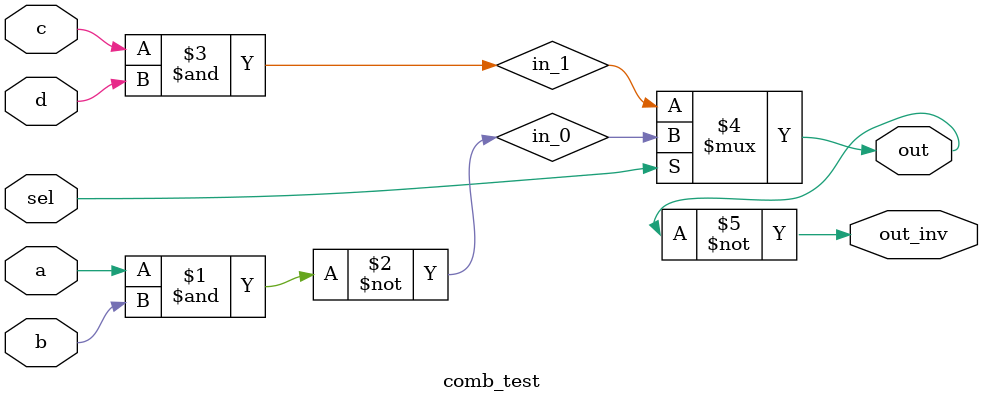
<source format=v>
`timescale 1ns / 1ps


module comb_test(
    input a,
    input b,
    input c,
    input d,
    input sel,
    output out,
    output out_inv
);
wire in_0,in_1;
nand module1(in_0,a,b);
and module2(in_1,c,d);
assign out=sel?in_0:in_1;
assign out_inv=~out;
endmodule

</source>
